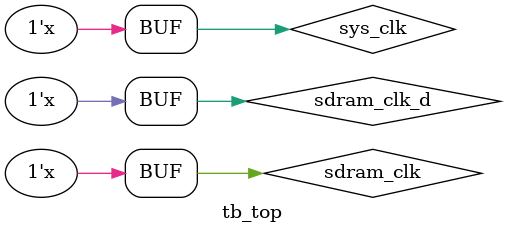
<source format=sv>
`timescale 1ns/1ps


`include "test.sv"
`include "interface.sv"

// This testbench verify with SDRAM TOP

module tb_top;

parameter P_SYS  = 10;     //    200MHz
parameter P_SDR  = 20;     //    100MHz

// General
reg            sdram_clk;
reg            sys_clk;

initial sys_clk = 0;
initial sdram_clk = 0;

always #(P_SYS/2) sys_clk = !sys_clk;
always #(P_SDR/2) sdram_clk = !sdram_clk;

parameter      dw              = 32;  // data width
parameter      tw              = 8;   // tag id width
parameter      bl              = 5;   // burst_lenght_width 

// to fix the sdram interface timing issue
wire #(2.0) sdram_clk_d   = sdram_clk;

bus_interface main_interface(sys_clk,sdram_clk);

`ifdef SDR_32BIT

   sdrc_top #(.SDR_DW(32),.SDR_BW(4)) u_dut(
`elsif SDR_16BIT 
   sdrc_top #(.SDR_DW(16),.SDR_BW(2)) u_dut(
`else  // 8 BIT SDRAM
   sdrc_top #(.SDR_DW(8),.SDR_BW(1)) u_dut(
`endif
      // System 
`ifdef SDR_32BIT
          .cfg_sdr_width      (2'b00              ), // 32 BIT SDRAM
`elsif SDR_16BIT
          .cfg_sdr_width      (2'b01              ), // 16 BIT SDRAM
`else 
          .cfg_sdr_width      (2'b10              ), // 8 BIT SDRAM
`endif
          .cfg_colbits        (2'b00              ), // 8 Bit Column Address		  
		  
/* WISH BONE */
          .wb_rst_i           (!main_interface.RESETN            ),
          .wb_clk_i           (main_interface.sys_clk            ),
                              
          .wb_stb_i           (main_interface.wb_stb_i           ),
          .wb_ack_o           (main_interface.wb_ack_o           ),
          .wb_addr_i          (main_interface.wb_addr_i          ),
          .wb_we_i            (main_interface.wb_we_i            ),
          .wb_dat_i           (main_interface.wb_dat_i           ),
          .wb_sel_i           (main_interface.wb_sel_i           ),
          .wb_dat_o           (main_interface.wb_dat_o           ),
          .wb_cyc_i           (main_interface.wb_cyc_i           ),
          .wb_cti_i           (main_interface.wb_cti_i           ), 
                               
/* Interface to SDRAMs */      
          .sdram_clk          (main_interface.sdram_clk          ),
          .sdram_resetn       (main_interface.RESETN             ),
          .sdr_cs_n           (sdr_cs_n           ),
          .sdr_cke            (sdr_cke            ),
          .sdr_ras_n          (sdr_ras_n          ),
          .sdr_cas_n          (sdr_cas_n          ),
          .sdr_we_n           (sdr_we_n           ),
          .sdr_dqm            (main_interface.sdr_dqm            ),
          .sdr_ba             (main_interface.sdr_ba             ),
          .sdr_addr           (main_interface.sdr_addr           ), 
          .sdr_dq             (main_interface.Dq                 ),

    /* Parameters */
          .sdr_init_done      (main_interface.sdr_init_done      ),
          .cfg_req_depth      (2'h3               ),	        //how many req. buffer should hold
          .cfg_sdr_en         (1'b1               ),
          .cfg_sdr_mode_reg   (13'h033            ),
          .cfg_sdr_tras_d     (4'h4               ),
          .cfg_sdr_trp_d      (4'h2               ),
          .cfg_sdr_trcd_d     (4'h2               ),
          .cfg_sdr_cas        (3'h3               ),
          .cfg_sdr_trcar_d    (4'h7               ),
          .cfg_sdr_twr_d      (4'h1               ),
          .cfg_sdr_rfsh       (12'h100            ), // reduced from 12'hC35
          .cfg_sdr_rfmax      (3'h6               )

);


`ifdef SDR_32BIT
mt48lc2m32b2 #(.data_bits(32)) u_sdram32 (
          .Dq                 (main_interface.Dq                 ) , 
          .Addr               (main_interface.sdr_addr[10:0]     ), 
          .Ba                 (main_interface.sdr_ba             ), 
          .Clk                (sdram_clk_d        ), 
          .Cke                (sdr_cke            ), 
          .Cs_n               (sdr_cs_n           ), 
          .Ras_n              (sdr_ras_n          ), 
          .Cas_n              (sdr_cas_n          ), 
          .We_n               (sdr_we_n           ), 
          .Dqm                (main_interface.sdr_dqm            )
     );

`elsif SDR_16BIT

   IS42VM16400K u_sdram16 (
          .dq                 (main_interface.Dq                 ), 
          .addr               (main_interface.sdr_addr[11:0]     ), 
          .ba                 (main_interface.sdr_ba             ), 
          .clk                (sdram_clk_d        ), 
          .cke                (sdr_cke            ), 
          .csb                (sdr_cs_n           ), 
          .rasb               (sdr_ras_n          ), 
          .casb               (sdr_cas_n          ), 
          .web                (sdr_we_n           ), 
          .dqm                (main_interface.sdr_dqm            )
    );
`else 


mt48lc8m8a2 #(.data_bits(8)) u_sdram8 (
          .Dq                 (main_interface.Dq                 ) , 
          .Addr               (main_interface.sdr_addr[11:0]     ), 
          .Ba                 (main_interface.sdr_ba             ), 
          .Clk                (sdram_clk_d        ), 
          .Cke                (sdr_cke            ), 
          .Cs_n               (sdr_cs_n           ), 
          .Ras_n              (sdr_ras_n          ), 
          .Cas_n              (sdr_cas_n          ), 
          .We_n               (sdr_we_n           ), 
          .Dqm                (main_interface.sdr_dqm            )
     );
`endif

test main_tb(main_interface);

endmodule

</source>
